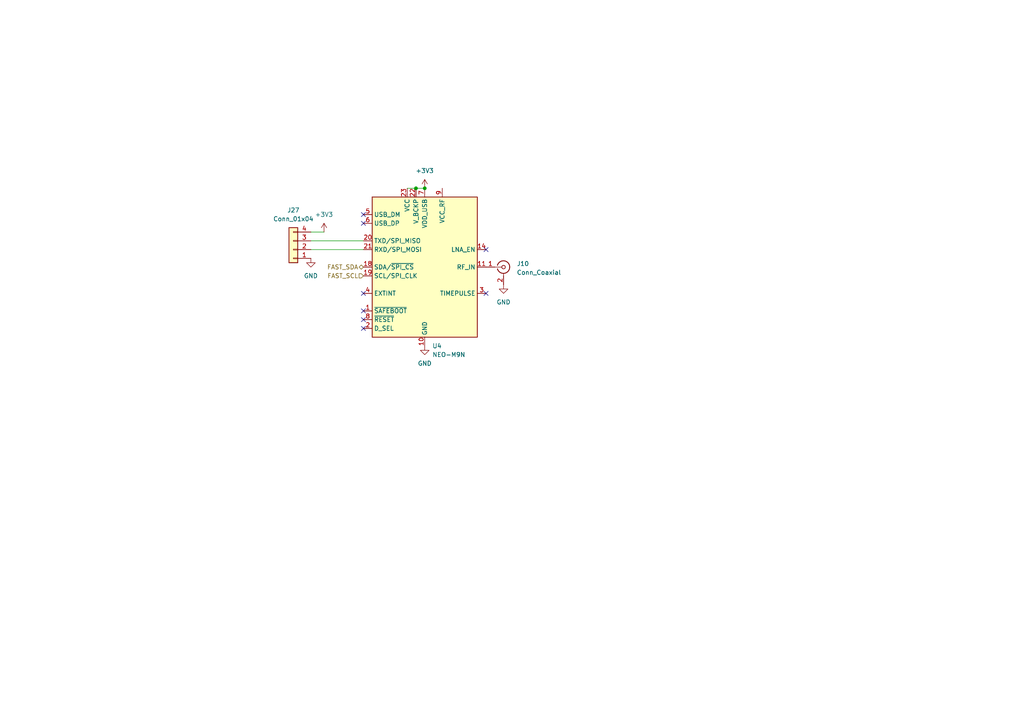
<source format=kicad_sch>
(kicad_sch (version 20230121) (generator eeschema)
  (paper "A4")
  (lib_symbols
    (symbol "Connector:Conn_Coaxial" (pin_names (offset 1.016) hide)
      (property "Reference" "J" (at 0.254 3.048 0))
      (property "Value" "Conn_Coaxial" (at 2.921 0 90))
      (symbol "Conn_Coaxial_0_1"
        (arc (start -1.778 -0.508) (mid 0.2311 -1.8066) (end 1.778 0) (stroke (width 0.254)))
        (polyline (pts (xy -2.54 0) (xy -0.508 0)))
        (polyline (pts (xy 0 -2.54) (xy 0 -1.778)))
        (circle (center 0 0) (radius 0.508) (stroke (width 0.2032)))
        (arc (start 1.778 0) (mid 0.2099 1.8101) (end -1.778 0.508) (stroke (width 0.254)))
      )
      (symbol "Conn_Coaxial_1_1"
        (pin passive line (at -5.08 0 0) (length 2.54) (name "In") (number "1"))
        (pin passive line (at 0 -5.08 90) (length 2.54) (name "Ext") (number "2"))
      )
    )
    (symbol "Connector_Generic:Conn_01x04" (pin_names (offset 1.016) hide)
      (property "Reference" "J" (at 0 5.08 0))
      (property "Value" "Conn_01x04" (at 0 -7.62 0))
      (symbol "Conn_01x04_1_1"
        (rectangle (start -1.27 -4.953) (end 0 -5.207) (stroke (width 0.1524)))
        (rectangle (start -1.27 -2.413) (end 0 -2.667) (stroke (width 0.1524)))
        (rectangle (start -1.27 0.127) (end 0 -0.127) (stroke (width 0.1524)))
        (rectangle (start -1.27 2.667) (end 0 2.413) (stroke (width 0.1524)))
        (rectangle (start -1.27 3.81) (end 1.27 -6.35) (stroke (width 0.254)) (fill (type background)))
        (pin passive line (at -5.08 2.54 0) (length 3.81) (name "Pin_1") (number "1"))
        (pin passive line (at -5.08 0 0) (length 3.81) (name "Pin_2") (number "2"))
        (pin passive line (at -5.08 -2.54 0) (length 3.81) (name "Pin_3") (number "3"))
        (pin passive line (at -5.08 -5.08 0) (length 3.81) (name "Pin_4") (number "4"))
      )
    )
    (symbol "RF_GPS:NEO-M9N"
      (property "Reference" "U" (at -13.97 21.59 0))
      (property "Value" "NEO-M9N" (at 11.43 21.59 0))
      (symbol "NEO-M9N_0_1"
        (rectangle (start -15.24 20.32) (end 15.24 -20.32) (stroke (width 0.254)) (fill (type background)))
      )
      (symbol "NEO-M9N_1_1"
        (pin input line (at -17.78 -12.7 0) (length 2.54) (name "~{SAFEBOOT}") (number "1"))
        (pin power_in line (at 0 -22.86 90) (length 2.54) (name "GND") (number "10"))
        (pin input line (at 17.78 0 180) (length 2.54) (name "RF_IN") (number "11"))
        (pin passive line (at 0 -22.86 90) (length 2.54) hide (name "GND") (number "12"))
        (pin passive line (at 0 -22.86 90) (length 2.54) hide (name "GND") (number "13"))
        (pin output line (at 17.78 5.08 180) (length 2.54) (name "LNA_EN") (number "14"))
        (pin no_connect line (at 15.24 -10.16 180) (length 2.54) hide (name "RESERVED") (number "15"))
        (pin no_connect line (at 15.24 -12.7 180) (length 2.54) hide (name "RESERVED") (number "16"))
        (pin no_connect line (at 15.24 -15.24 180) (length 2.54) hide (name "RESERVED") (number "17"))
        (pin bidirectional line (at -17.78 0 0) (length 2.54) (name "SDA/~{SPI_CS}") (number "18"))
        (pin input line (at -17.78 -2.54 0) (length 2.54) (name "SCL/SPI_CLK") (number "19"))
        (pin input line (at -17.78 -17.78 0) (length 2.54) (name "D_SEL") (number "2"))
        (pin output line (at -17.78 7.62 0) (length 2.54) (name "TXD/SPI_MISO") (number "20"))
        (pin input line (at -17.78 5.08 0) (length 2.54) (name "RXD/SPI_MOSI") (number "21"))
        (pin power_in line (at -2.54 22.86 270) (length 2.54) (name "V_BCKP") (number "22"))
        (pin power_in line (at -5.08 22.86 270) (length 2.54) (name "VCC") (number "23"))
        (pin passive line (at 0 -22.86 90) (length 2.54) hide (name "GND") (number "24"))
        (pin output line (at 17.78 -7.62 180) (length 2.54) (name "TIMEPULSE") (number "3"))
        (pin input line (at -17.78 -7.62 0) (length 2.54) (name "EXTINT") (number "4"))
        (pin bidirectional line (at -17.78 15.24 0) (length 2.54) (name "USB_DM") (number "5"))
        (pin bidirectional line (at -17.78 12.7 0) (length 2.54) (name "USB_DP") (number "6"))
        (pin power_in line (at 0 22.86 270) (length 2.54) (name "VDD_USB") (number "7"))
        (pin input line (at -17.78 -15.24 0) (length 2.54) (name "~{RESET}") (number "8"))
        (pin power_out line (at 5.08 22.86 270) (length 2.54) (name "VCC_RF") (number "9"))
      )
    )
    (symbol "power:+3V3" (power) (pin_names (offset 0))
      (property "Value" "+3V3" (at 0 3.556 0))
      (symbol "+3V3_0_1"
        (polyline (pts (xy -0.762 1.27) (xy 0 2.54)))
        (polyline (pts (xy 0 0) (xy 0 2.54)))
        (polyline (pts (xy 0 2.54) (xy 0.762 1.27)))
      )
      (symbol "+3V3_1_1"
        (pin power_in line (at 0 0 90) (length 0) hide (name "+3V3") (number "1"))
      )
    )
    (symbol "power:GND" (power) (pin_names (offset 0))
      (property "Value" "GND" (at 0 -3.81 0))
      (symbol "GND_0_1"
        (polyline (pts (xy 0 0) (xy 0 -1.27) (xy 1.27 -1.27) (xy 0 -2.54) (xy -1.27 -1.27) (xy 0 -1.27)))
      )
      (symbol "GND_1_1"
        (pin power_in line (at 0 0 270) (length 0) hide (name "GND") (number "1"))
      )
    )
  )
  (junction (at 123.19 54.61))
  (junction (at 120.65 54.61))
  (no_connect (at 105.41 95.25))
  (no_connect (at 105.41 64.77))
  (no_connect (at 105.41 92.71))
  (no_connect (at 140.97 72.39))
  (no_connect (at 105.41 62.23))
  (no_connect (at 140.97 85.09))
  (no_connect (at 105.41 85.09))
  (no_connect (at 105.41 90.17))
  (wire (pts (xy 93.98 67.31) (xy 90.17 67.31)))
  (wire (pts (xy 90.17 69.85) (xy 105.41 69.85)))
  (wire (pts (xy 118.11 54.61) (xy 120.65 54.61)))
  (wire (pts (xy 120.65 54.61) (xy 123.19 54.61)))
  (wire (pts (xy 90.17 72.39) (xy 105.41 72.39)))
  (hierarchical_label "FAST_SCL" (shape input) (at 105.41 80.01 180))
  (hierarchical_label "FAST_SDA" (shape bidirectional) (at 105.41 77.47 180))
  (symbol (lib_id "power:GND") (at 146.05 82.55 0) (unit 1)
    (property "Reference" "#PWR024" (effects hide))
    (property "Value" "GND" (at 146.05 87.63 0))
  )
  (symbol (lib_id "Connector:Conn_Coaxial") (at 146.05 77.47 0) (unit 1)
    (property "Reference" "J10" (at 149.86 76.4932 0) (effects (justify left)))
    (property "Value" "Conn_Coaxial" (at 149.86 79.0332 0) (effects (justify left)))
    (property "Datasheet" " ~" (effects hide))
  )
  (symbol (lib_id "RF_GPS:NEO-M9N") (at 123.19 77.47 0) (unit 1)
    (property "Reference" "U4" (at 125.3841 100.33 0) (effects (justify left)))
    (property "Value" "NEO-M9N" (at 125.3841 102.87 0) (effects (justify left)))
    (property "Footprint" "RF_GPS:ublox_NEO" (effects hide))
    (property "Datasheet" "https://www.u-blox.com/sites/default/files/NEO-M9N-00B_DataSheet_UBX-19014285.pdf" (effects hide))
  )
  (symbol (lib_id "power:GND") (at 90.17 74.93 0) (unit 1)
    (property "Reference" "#PWR072" (effects hide))
    (property "Value" "GND" (at 90.17 80.01 0))
  )
  (symbol (lib_id "power:GND") (at 123.19 100.33 0) (unit 1)
    (property "Reference" "#PWR021" (effects hide))
    (property "Value" "GND" (at 123.19 105.41 0))
  )
  (symbol (lib_id "power:+3V3") (at 93.98 67.31 0) (unit 1)
    (property "Reference" "#PWR071" (effects hide))
    (property "Value" "+3V3" (at 93.98 62.23 0))
  )
  (symbol (lib_id "power:+3V3") (at 123.19 54.61 0) (unit 1)
    (property "Reference" "#PWR022" (effects hide))
    (property "Value" "+3V3" (at 123.19 49.53 0))
  )
  (symbol (lib_id "Connector_Generic:Conn_01x04") (at 85.09 72.39 180) (unit 1)
    (property "Reference" "J27" (at 85.09 60.96 0))
    (property "Value" "Conn_01x04" (at 85.09 63.5 0))
  )
)
</source>
